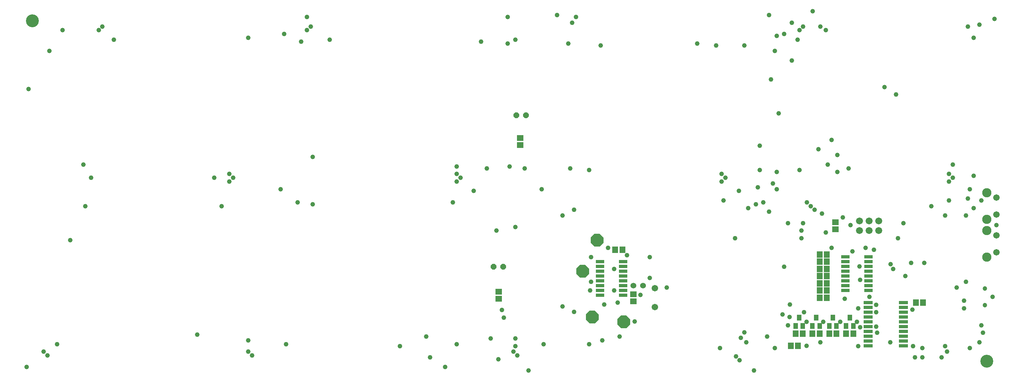
<source format=gts>
G75*
%MOIN*%
%OFA0B0*%
%FSLAX25Y25*%
%IPPOS*%
%LPD*%
%AMOC8*
5,1,8,0,0,1.08239X$1,22.5*
%
%ADD10C,0.13398*%
%ADD11R,0.06706X0.05918*%
%ADD12C,0.06737*%
%ADD13R,0.05918X0.06706*%
%ADD14C,0.04737*%
%ADD15R,0.08800X0.03400*%
%ADD16R,0.09500X0.03200*%
%ADD17C,0.07200*%
%ADD18OC8,0.06000*%
%ADD19C,0.06000*%
%ADD20R,0.04737X0.06312*%
%ADD21C,0.09658*%
%ADD22OC8,0.13200*%
%ADD23C,0.04762*%
D10*
X1034249Y0111295D03*
X0042123Y0465626D03*
D11*
X0549209Y0343598D03*
X0549209Y0336118D03*
X0876709Y0256098D03*
X0876709Y0248618D03*
X0666709Y0181098D03*
X0666709Y0173618D03*
X0526709Y0176118D03*
X0526709Y0183598D03*
D12*
X0689209Y0187201D03*
X0689209Y0167516D03*
X1044091Y0224484D03*
X1044091Y0242201D03*
X1044091Y0263854D03*
X1044091Y0281571D03*
D13*
X0867949Y0222358D03*
X0860469Y0222358D03*
X0860469Y0214858D03*
X0867949Y0214858D03*
X0867949Y0207358D03*
X0860469Y0207358D03*
X0860469Y0199858D03*
X0867949Y0199858D03*
X0867949Y0192358D03*
X0860469Y0192358D03*
X0860469Y0184858D03*
X0867949Y0184858D03*
X0867949Y0177358D03*
X0860469Y0177358D03*
X0860449Y0139858D03*
X0852969Y0139858D03*
X0842949Y0139858D03*
X0835469Y0139858D03*
X0837949Y0127358D03*
X0830469Y0127358D03*
X0870469Y0139858D03*
X0877949Y0139858D03*
X0887969Y0139858D03*
X0895449Y0139858D03*
X0960469Y0172358D03*
X0967949Y0172358D03*
X0655449Y0227358D03*
X0647969Y0227358D03*
D14*
X1032280Y0186886D03*
X1032280Y0169563D03*
D15*
X0911309Y0184858D03*
X0911309Y0189858D03*
X0911309Y0194858D03*
X0911309Y0199858D03*
X0911309Y0204858D03*
X0911309Y0209858D03*
X0911309Y0214858D03*
X0911309Y0219858D03*
X0887109Y0219858D03*
X0887109Y0214858D03*
X0887109Y0209858D03*
X0887109Y0204858D03*
X0887109Y0199858D03*
X0887109Y0194858D03*
X0887109Y0189858D03*
X0887109Y0184858D03*
X0656309Y0184858D03*
X0656309Y0179858D03*
X0656309Y0189858D03*
X0656309Y0194858D03*
X0656309Y0199858D03*
X0656309Y0204858D03*
X0656309Y0209858D03*
X0656309Y0214858D03*
X0632109Y0214858D03*
X0632109Y0209858D03*
X0632109Y0204858D03*
X0632109Y0199858D03*
X0632109Y0194858D03*
X0632109Y0189858D03*
X0632109Y0184858D03*
X0632109Y0179858D03*
D16*
X0910959Y0172358D03*
X0910959Y0167358D03*
X0910959Y0162358D03*
X0910959Y0157358D03*
X0910959Y0152358D03*
X0910959Y0147358D03*
X0910959Y0142358D03*
X0910959Y0137358D03*
X0910959Y0132358D03*
X0910959Y0127358D03*
X0947359Y0127358D03*
X0947459Y0132358D03*
X0947459Y0137358D03*
X0947459Y0142358D03*
X0947459Y0147358D03*
X0947459Y0152358D03*
X0947459Y0157358D03*
X0947459Y0162358D03*
X0947459Y0167358D03*
X0947459Y0172358D03*
D17*
X0921709Y0247358D03*
X0911709Y0247358D03*
X0901709Y0247358D03*
X0901709Y0257358D03*
X0911709Y0257358D03*
X0921709Y0257358D03*
D18*
X0554997Y0367201D03*
X0544997Y0367201D03*
X0531375Y0209720D03*
X0521375Y0209720D03*
D19*
X0666709Y0189858D03*
X0676709Y0189858D03*
D20*
X0835469Y0148028D03*
X0842949Y0148028D03*
X0839209Y0156689D03*
X0852969Y0148028D03*
X0860449Y0148028D03*
X0856709Y0156689D03*
X0870469Y0148028D03*
X0877949Y0148028D03*
X0874209Y0156689D03*
X0887969Y0148028D03*
X0895449Y0148028D03*
X0891709Y0156689D03*
D21*
X1034249Y0219563D03*
X1034249Y0247122D03*
X1034249Y0258933D03*
X1034249Y0286492D03*
D22*
X0656709Y0152358D03*
X0624209Y0157358D03*
X0614209Y0204858D03*
X0629209Y0237358D03*
D23*
X0036217Y0105390D03*
X0057871Y0117201D03*
X0053934Y0121138D03*
X0067713Y0129012D03*
X0213383Y0138854D03*
X0266532Y0132949D03*
X0266532Y0121138D03*
X0270469Y0117201D03*
X0305902Y0129012D03*
X0424012Y0127043D03*
X0451572Y0136886D03*
X0483068Y0129012D03*
X0455509Y0115232D03*
X0471257Y0105390D03*
X0526375Y0113264D03*
X0542123Y0121138D03*
X0546060Y0117201D03*
X0544091Y0127043D03*
X0544091Y0134917D03*
X0573619Y0129012D03*
X0620863Y0129012D03*
X0634642Y0132949D03*
X0652359Y0136886D03*
X0668107Y0152634D03*
X0650390Y0172319D03*
X0636611Y0170350D03*
X0605115Y0162476D03*
X0593304Y0168382D03*
X0621709Y0184858D03*
X0622831Y0193972D03*
X0646709Y0184858D03*
X0674012Y0180193D03*
X0683855Y0197909D03*
X0701572Y0188067D03*
X0646709Y0207358D03*
X0660233Y0221531D03*
X0640548Y0229406D03*
X0622831Y0219563D03*
X0683855Y0219563D03*
X0772438Y0239248D03*
X0827556Y0254996D03*
X0843304Y0254996D03*
X0841335Y0247122D03*
X0841335Y0239248D03*
X0866926Y0245154D03*
X0892516Y0253028D03*
X0884642Y0260902D03*
X0862989Y0264839D03*
X0855115Y0268776D03*
X0851178Y0272713D03*
X0847241Y0276650D03*
X0815745Y0290429D03*
X0811808Y0296335D03*
X0815745Y0308146D03*
X0798028Y0310114D03*
X0796060Y0292398D03*
X0776375Y0288461D03*
X0760627Y0278618D03*
X0786217Y0270744D03*
X0794091Y0274681D03*
X0801965Y0276650D03*
X0807871Y0266807D03*
X0758658Y0298303D03*
X0762595Y0302240D03*
X0758658Y0306177D03*
X0798028Y0335705D03*
X0839367Y0310114D03*
X0868894Y0316020D03*
X0878737Y0308146D03*
X0890548Y0312083D03*
X0878737Y0325862D03*
X0859052Y0331768D03*
X0872831Y0341610D03*
X0817713Y0369169D03*
X0809839Y0404602D03*
X0831493Y0424287D03*
X0813776Y0434130D03*
X0837398Y0445941D03*
X0823619Y0451846D03*
X0815745Y0449878D03*
X0831493Y0463657D03*
X0839367Y0455783D03*
X0843304Y0459720D03*
X0861020Y0459720D03*
X0866926Y0455783D03*
X0853146Y0475469D03*
X0807871Y0471531D03*
X0782280Y0440035D03*
X0752753Y0440035D03*
X0733068Y0442004D03*
X0632674Y0440035D03*
X0599209Y0442004D03*
X0603146Y0463657D03*
X0607083Y0469563D03*
X0587398Y0471531D03*
X0536217Y0469563D03*
X0544091Y0445941D03*
X0536217Y0442004D03*
X0508658Y0443972D03*
X0351178Y0445941D03*
X0327556Y0455783D03*
X0331493Y0459720D03*
X0327556Y0469563D03*
X0303934Y0451846D03*
X0321650Y0443972D03*
X0266532Y0447909D03*
X0126768Y0445941D03*
X0111020Y0455783D03*
X0114957Y0459720D03*
X0073619Y0455783D03*
X0059839Y0434130D03*
X0038186Y0394760D03*
X0095272Y0316020D03*
X0103146Y0302240D03*
X0097241Y0272713D03*
X0081493Y0237280D03*
X0238973Y0272713D03*
X0246847Y0298303D03*
X0250784Y0302240D03*
X0246847Y0306177D03*
X0231099Y0302240D03*
X0299997Y0290429D03*
X0317713Y0276650D03*
X0333461Y0274681D03*
X0333461Y0323894D03*
X0483068Y0314051D03*
X0483068Y0306177D03*
X0487005Y0302240D03*
X0483068Y0298303D03*
X0500784Y0288461D03*
X0479131Y0276650D03*
X0524406Y0247122D03*
X0544091Y0251059D03*
X0593304Y0262870D03*
X0605115Y0268776D03*
X0571650Y0290429D03*
X0620863Y0310114D03*
X0601178Y0312083D03*
X0553934Y0312083D03*
X0538186Y0314051D03*
X0514564Y0312083D03*
X0823619Y0209720D03*
X0872831Y0229406D03*
X0894485Y0225469D03*
X0908264Y0229406D03*
X0916709Y0227358D03*
X0941729Y0239248D03*
X0947635Y0254996D03*
X0976473Y0272713D03*
X0990942Y0262870D03*
X1012595Y0262870D03*
X1020469Y0270744D03*
X1028343Y0278618D03*
X1014564Y0280587D03*
X1016532Y0290429D03*
X0994879Y0298303D03*
X0998816Y0302240D03*
X0994879Y0306177D03*
X0998816Y0316020D03*
X1020469Y0304209D03*
X0994879Y0278618D03*
X1044091Y0253028D03*
X0969288Y0213657D03*
X0955509Y0213657D03*
X0949603Y0199878D03*
X0936709Y0207358D03*
X0934209Y0212358D03*
X0901709Y0209858D03*
X0902359Y0195941D03*
X0912201Y0178224D03*
X0919209Y0169858D03*
X0919209Y0162358D03*
X0900390Y0166413D03*
X0886611Y0176256D03*
X0844209Y0162358D03*
X0829209Y0157358D03*
X0821709Y0159858D03*
X0827556Y0148697D03*
X0846709Y0152358D03*
X0864209Y0152358D03*
X0881709Y0152358D03*
X0899209Y0152358D03*
X0902359Y0146728D03*
X0919209Y0147358D03*
X0920075Y0140823D03*
X0933855Y0130980D03*
X0957477Y0127043D03*
X0967320Y0125075D03*
X0990942Y0127043D03*
X0992910Y0121138D03*
X0987005Y0115232D03*
X0967320Y0115232D03*
X0959446Y0115232D03*
X1016532Y0125075D03*
X1026375Y0130980D03*
X1030312Y0140823D03*
X1028343Y0148697D03*
X1010627Y0166413D03*
X1010627Y0174287D03*
X1002753Y0188067D03*
X1012595Y0193972D03*
X1040154Y0178224D03*
X0956709Y0164858D03*
X0900390Y0127043D03*
X0861020Y0130980D03*
X0846709Y0127358D03*
X0813776Y0125075D03*
X0805902Y0136886D03*
X0784249Y0130980D03*
X0778343Y0135449D03*
X0782280Y0141354D03*
X0756709Y0124858D03*
X0773343Y0116138D03*
X0777280Y0112201D03*
X0792123Y0101453D03*
X0829524Y0170350D03*
X0557871Y0101453D03*
X0518501Y0134917D03*
X0532280Y0156571D03*
X0530312Y0164445D03*
X0939760Y0388854D03*
X0927949Y0396728D03*
X1020469Y0447909D03*
X1014564Y0459720D03*
X1026375Y0461689D03*
X1042123Y0467594D03*
M02*

</source>
